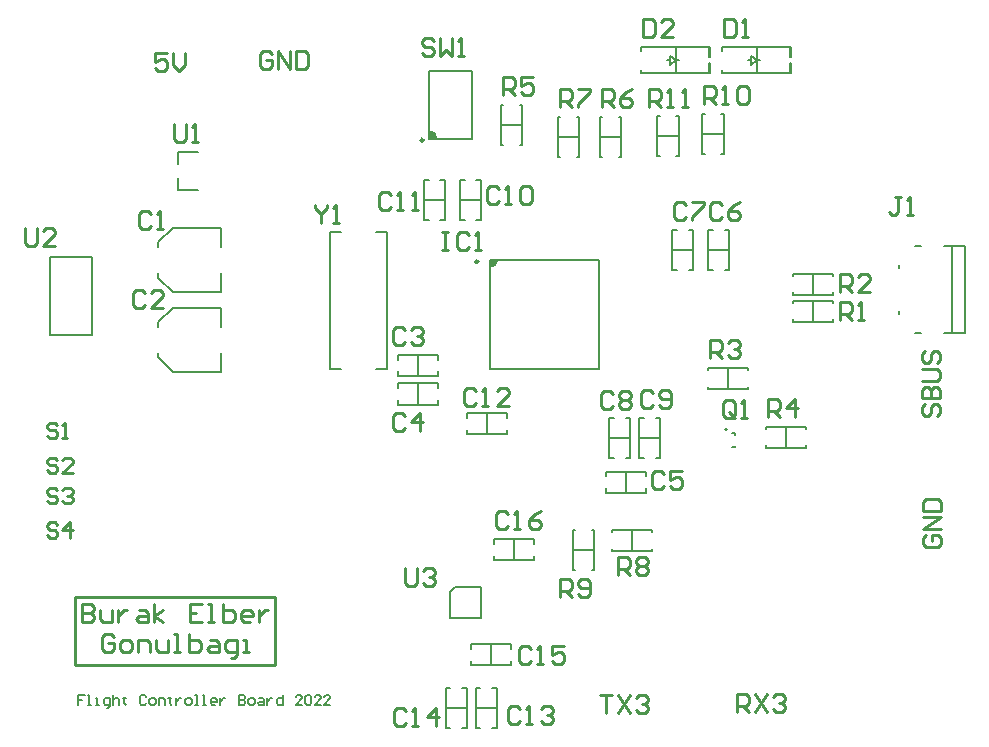
<source format=gto>
G04*
G04 #@! TF.GenerationSoftware,Altium Limited,Altium Designer,22.0.2 (36)*
G04*
G04 Layer_Color=65535*
%FSLAX25Y25*%
%MOIN*%
G70*
G04*
G04 #@! TF.SameCoordinates,5FA20498-FCA4-4C69-A915-C1027814B975*
G04*
G04*
G04 #@! TF.FilePolarity,Positive*
G04*
G01*
G75*
%ADD10C,0.00984*%
%ADD11C,0.00787*%
%ADD12C,0.01000*%
%ADD13C,0.00591*%
%ADD14C,0.01142*%
G36*
X158690Y159210D02*
X161052D01*
Y158029D01*
X159871Y156848D01*
X158690D01*
Y159210D01*
D02*
G37*
G36*
X138117Y199483D02*
X141069D01*
Y200270D01*
X139101Y202239D01*
X138117D01*
Y199483D01*
D02*
G37*
D10*
X154654Y158620D02*
G03*
X154654Y158620I-492J0D01*
G01*
X136443Y199089D02*
G03*
X136443Y199089I-492J0D01*
G01*
D11*
X158690Y156848D02*
G03*
X161052Y159210I0J2362D01*
G01*
X237619Y102742D02*
G03*
X237619Y102742I-394J0D01*
G01*
X140873Y199483D02*
G03*
X138117Y202239I-2756J0D01*
G01*
X124347Y122864D02*
Y168336D01*
X105253Y122864D02*
Y168336D01*
X120705D02*
X124347D01*
X105253D02*
X108895D01*
X105253Y122864D02*
X108895D01*
X120705D02*
X124347D01*
X158690Y122990D02*
X194910D01*
X158690Y159210D02*
X194910D01*
Y122990D02*
Y159210D01*
X158690Y122990D02*
Y159210D01*
X68894Y163431D02*
Y169730D01*
X52753D02*
X68894D01*
X48028Y165006D02*
X52753Y169730D01*
X48028Y163431D02*
Y165006D01*
X68894Y148470D02*
Y154769D01*
X52753Y148470D02*
X68894D01*
X48028Y153194D02*
X52753Y148470D01*
X48028Y153194D02*
Y154769D01*
X68894Y136931D02*
Y143230D01*
X52753D02*
X68894D01*
X48028Y138505D02*
X52753Y143230D01*
X48028Y136931D02*
Y138505D01*
X68894Y121970D02*
Y128269D01*
X52753Y121970D02*
X68894D01*
X48028Y126695D02*
X52753Y121970D01*
X48028Y126695D02*
Y128269D01*
X312502Y163891D02*
X316833D01*
Y134757D02*
Y163891D01*
X312502Y134757D02*
X316833D01*
X312502D02*
Y163891D01*
X309747Y134757D02*
X312502D01*
X300298D02*
X302266D01*
X294786Y141057D02*
Y142238D01*
Y156411D02*
Y157592D01*
X300298Y163891D02*
X302266D01*
X309747D02*
X312502D01*
X240375Y96738D02*
Y97279D01*
X239194Y96738D02*
X240375D01*
X239194Y101462D02*
X240375D01*
Y100921D02*
Y101462D01*
X11813Y134308D02*
Y144150D01*
Y134308D02*
X25987D01*
Y160292D01*
X11813D02*
X25987D01*
X11813Y144150D02*
Y160292D01*
X54532Y182641D02*
X61225D01*
X54532D02*
Y186578D01*
Y191302D02*
Y195131D01*
Y195239D02*
X61225D01*
X138117Y199483D02*
X152683D01*
Y222317D01*
X138117Y199483D02*
Y222317D01*
X152683D01*
X23486Y14085D02*
X21387D01*
Y12511D01*
X22437D01*
X21387D01*
Y10937D01*
X24536D02*
X25585D01*
X25061D01*
Y14085D01*
X24536D01*
X27160Y10937D02*
X28209D01*
X27685D01*
Y13036D01*
X27160D01*
X30833Y9887D02*
X31358D01*
X31883Y10412D01*
Y13036D01*
X30308D01*
X29784Y12511D01*
Y11462D01*
X30308Y10937D01*
X31883D01*
X32932Y14085D02*
Y10937D01*
Y12511D01*
X33457Y13036D01*
X34506D01*
X35031Y12511D01*
Y10937D01*
X36606Y13561D02*
Y13036D01*
X36081D01*
X37130D01*
X36606D01*
Y11462D01*
X37130Y10937D01*
X43952Y13561D02*
X43428Y14085D01*
X42378D01*
X41853Y13561D01*
Y11462D01*
X42378Y10937D01*
X43428D01*
X43952Y11462D01*
X45527Y10937D02*
X46576D01*
X47101Y11462D01*
Y12511D01*
X46576Y13036D01*
X45527D01*
X45002Y12511D01*
Y11462D01*
X45527Y10937D01*
X48150D02*
Y13036D01*
X49725D01*
X50249Y12511D01*
Y10937D01*
X51824Y13561D02*
Y13036D01*
X51299D01*
X52349D01*
X51824D01*
Y11462D01*
X52349Y10937D01*
X53923Y13036D02*
Y10937D01*
Y11987D01*
X54448Y12511D01*
X54972Y13036D01*
X55497D01*
X57596Y10937D02*
X58646D01*
X59171Y11462D01*
Y12511D01*
X58646Y13036D01*
X57596D01*
X57071Y12511D01*
Y11462D01*
X57596Y10937D01*
X60220D02*
X61270D01*
X60745D01*
Y14085D01*
X60220D01*
X62844Y10937D02*
X63893D01*
X63369D01*
Y14085D01*
X62844D01*
X67042Y10937D02*
X65992D01*
X65468Y11462D01*
Y12511D01*
X65992Y13036D01*
X67042D01*
X67567Y12511D01*
Y11987D01*
X65468D01*
X68616Y13036D02*
Y10937D01*
Y11987D01*
X69141Y12511D01*
X69666Y13036D01*
X70191D01*
X74914Y14085D02*
Y10937D01*
X76488D01*
X77012Y11462D01*
Y11987D01*
X76488Y12511D01*
X74914D01*
X76488D01*
X77012Y13036D01*
Y13561D01*
X76488Y14085D01*
X74914D01*
X78587Y10937D02*
X79636D01*
X80161Y11462D01*
Y12511D01*
X79636Y13036D01*
X78587D01*
X78062Y12511D01*
Y11462D01*
X78587Y10937D01*
X81735Y13036D02*
X82785D01*
X83310Y12511D01*
Y10937D01*
X81735D01*
X81211Y11462D01*
X81735Y11987D01*
X83310D01*
X84359Y13036D02*
Y10937D01*
Y11987D01*
X84884Y12511D01*
X85409Y13036D01*
X85934D01*
X89607Y14085D02*
Y10937D01*
X88033D01*
X87508Y11462D01*
Y12511D01*
X88033Y13036D01*
X89607D01*
X95904Y10937D02*
X93805D01*
X95904Y13036D01*
Y13561D01*
X95379Y14085D01*
X94330D01*
X93805Y13561D01*
X96954D02*
X97478Y14085D01*
X98528D01*
X99053Y13561D01*
Y11462D01*
X98528Y10937D01*
X97478D01*
X96954Y11462D01*
Y13561D01*
X102201Y10937D02*
X100102D01*
X102201Y13036D01*
Y13561D01*
X101676Y14085D01*
X100627D01*
X100102Y13561D01*
X105350Y10937D02*
X103251D01*
X105350Y13036D01*
Y13561D01*
X104825Y14085D01*
X103776D01*
X103251Y13561D01*
D12*
X20400Y46800D02*
X87000D01*
Y24300D02*
Y46800D01*
X20400Y24300D02*
X87000D01*
X20400D02*
Y46800D01*
X100101Y177499D02*
Y176499D01*
X102101Y174500D01*
X104100Y176499D01*
Y177499D01*
X102101Y174500D02*
Y171501D01*
X106099D02*
X108099D01*
X107099D01*
Y177499D01*
X106099Y176499D01*
X125601Y180699D02*
X124601Y181699D01*
X122602D01*
X121602Y180699D01*
Y176701D01*
X122602Y175701D01*
X124601D01*
X125601Y176701D01*
X127600Y175701D02*
X129599D01*
X128600D01*
Y181699D01*
X127600Y180699D01*
X132599Y175701D02*
X134598D01*
X133598D01*
Y181699D01*
X132599Y180699D01*
X142702Y168499D02*
X144702D01*
X143702D01*
Y162501D01*
X142702D01*
X144702D01*
X151699Y167499D02*
X150699Y168499D01*
X148700D01*
X147701Y167499D01*
Y163501D01*
X148700Y162501D01*
X150699D01*
X151699Y163501D01*
X153699Y162501D02*
X155698D01*
X154698D01*
Y168499D01*
X153699Y167499D01*
X161701Y182799D02*
X160702Y183799D01*
X158702D01*
X157702Y182799D01*
Y178801D01*
X158702Y177801D01*
X160702D01*
X161701Y178801D01*
X163700Y177801D02*
X165700D01*
X164700D01*
Y183799D01*
X163700Y182799D01*
X168699D02*
X169699Y183799D01*
X171698D01*
X172698Y182799D01*
Y178801D01*
X171698Y177801D01*
X169699D01*
X168699Y178801D01*
Y182799D01*
X211502Y210301D02*
Y216299D01*
X214501D01*
X215501Y215299D01*
Y213300D01*
X214501Y212300D01*
X211502D01*
X213502D02*
X215501Y210301D01*
X217500D02*
X219499D01*
X218500D01*
Y216299D01*
X217500Y215299D01*
X222498Y210301D02*
X224498D01*
X223498D01*
Y216299D01*
X222498Y215299D01*
X275202Y148601D02*
Y154599D01*
X278201D01*
X279200Y153599D01*
Y151600D01*
X278201Y150600D01*
X275202D01*
X277201D02*
X279200Y148601D01*
X285198D02*
X281200D01*
X285198Y152600D01*
Y153599D01*
X284199Y154599D01*
X282199D01*
X281200Y153599D01*
X275202Y139101D02*
Y145099D01*
X278201D01*
X279200Y144099D01*
Y142100D01*
X278201Y141100D01*
X275202D01*
X277201D02*
X279200Y139101D01*
X281200D02*
X283199D01*
X282199D01*
Y145099D01*
X281200Y144099D01*
X199600Y114599D02*
X198601Y115599D01*
X196601D01*
X195602Y114599D01*
Y110601D01*
X196601Y109601D01*
X198601D01*
X199600Y110601D01*
X201600Y114599D02*
X202599Y115599D01*
X204599D01*
X205598Y114599D01*
Y113600D01*
X204599Y112600D01*
X205598Y111600D01*
Y110601D01*
X204599Y109601D01*
X202599D01*
X201600Y110601D01*
Y111600D01*
X202599Y112600D01*
X201600Y113600D01*
Y114599D01*
X202599Y112600D02*
X204599D01*
X216500Y87699D02*
X215501Y88699D01*
X213501D01*
X212502Y87699D01*
Y83701D01*
X213501Y82701D01*
X215501D01*
X216500Y83701D01*
X222498Y88699D02*
X218500D01*
Y85700D01*
X220499Y86700D01*
X221499D01*
X222498Y85700D01*
Y83701D01*
X221499Y82701D01*
X219499D01*
X218500Y83701D01*
X201302Y54201D02*
Y60199D01*
X204301D01*
X205300Y59199D01*
Y57200D01*
X204301Y56200D01*
X201302D01*
X203301D02*
X205300Y54201D01*
X207300Y59199D02*
X208299Y60199D01*
X210299D01*
X211298Y59199D01*
Y58200D01*
X210299Y57200D01*
X211298Y56200D01*
Y55201D01*
X210299Y54201D01*
X208299D01*
X207300Y55201D01*
Y56200D01*
X208299Y57200D01*
X207300Y58200D01*
Y59199D01*
X208299Y57200D02*
X210299D01*
X181902Y46901D02*
Y52899D01*
X184901D01*
X185900Y51899D01*
Y49900D01*
X184901Y48900D01*
X181902D01*
X183901D02*
X185900Y46901D01*
X187900Y47901D02*
X188899Y46901D01*
X190899D01*
X191898Y47901D01*
Y51899D01*
X190899Y52899D01*
X188899D01*
X187900Y51899D01*
Y50900D01*
X188899Y49900D01*
X191898D01*
X130202Y56599D02*
Y51601D01*
X131201Y50601D01*
X133201D01*
X134200Y51601D01*
Y56599D01*
X136200Y55599D02*
X137199Y56599D01*
X139199D01*
X140198Y55599D01*
Y54600D01*
X139199Y53600D01*
X138199D01*
X139199D01*
X140198Y52600D01*
Y51601D01*
X139199Y50601D01*
X137199D01*
X136200Y51601D01*
X172301Y29399D02*
X171301Y30399D01*
X169302D01*
X168302Y29399D01*
Y25401D01*
X169302Y24401D01*
X171301D01*
X172301Y25401D01*
X174301Y24401D02*
X176300D01*
X175300D01*
Y30399D01*
X174301Y29399D01*
X183298Y30399D02*
X179299D01*
Y27400D01*
X181298Y28400D01*
X182298D01*
X183298Y27400D01*
Y25401D01*
X182298Y24401D01*
X180299D01*
X179299Y25401D01*
X168501Y9499D02*
X167501Y10499D01*
X165502D01*
X164502Y9499D01*
Y5501D01*
X165502Y4501D01*
X167501D01*
X168501Y5501D01*
X170501Y4501D02*
X172500D01*
X171500D01*
Y10499D01*
X170501Y9499D01*
X175499D02*
X176499Y10499D01*
X178498D01*
X179498Y9499D01*
Y8500D01*
X178498Y7500D01*
X177498D01*
X178498D01*
X179498Y6500D01*
Y5501D01*
X178498Y4501D01*
X176499D01*
X175499Y5501D01*
X130701Y8699D02*
X129701Y9699D01*
X127702D01*
X126702Y8699D01*
Y4701D01*
X127702Y3701D01*
X129701D01*
X130701Y4701D01*
X132701Y3701D02*
X134700D01*
X133700D01*
Y9699D01*
X132701Y8699D01*
X140698Y3701D02*
Y9699D01*
X137699Y6700D01*
X141698D01*
X153901Y115399D02*
X152901Y116399D01*
X150902D01*
X149902Y115399D01*
Y111401D01*
X150902Y110401D01*
X152901D01*
X153901Y111401D01*
X155901Y110401D02*
X157900D01*
X156900D01*
Y116399D01*
X155901Y115399D01*
X164898Y110401D02*
X160899D01*
X164898Y114400D01*
Y115399D01*
X163898Y116399D01*
X161899D01*
X160899Y115399D01*
X130300Y107099D02*
X129301Y108099D01*
X127301D01*
X126302Y107099D01*
Y103101D01*
X127301Y102101D01*
X129301D01*
X130300Y103101D01*
X135299Y102101D02*
Y108099D01*
X132300Y105100D01*
X136298D01*
X45700Y174499D02*
X44700Y175499D01*
X42701D01*
X41701Y174499D01*
Y170501D01*
X42701Y169501D01*
X44700D01*
X45700Y170501D01*
X47699Y169501D02*
X49699D01*
X48699D01*
Y175499D01*
X47699Y174499D01*
X43700Y148199D02*
X42701Y149199D01*
X40701D01*
X39702Y148199D01*
Y144201D01*
X40701Y143201D01*
X42701D01*
X43700Y144201D01*
X49698Y143201D02*
X45700D01*
X49698Y147200D01*
Y148199D01*
X48699Y149199D01*
X46699D01*
X45700Y148199D01*
X14311Y70864D02*
X13458Y71716D01*
X11753D01*
X10900Y70864D01*
Y70011D01*
X11753Y69158D01*
X13458D01*
X14311Y68305D01*
Y67453D01*
X13458Y66600D01*
X11753D01*
X10900Y67453D01*
X18575Y66600D02*
Y71716D01*
X16016Y69158D01*
X19427D01*
X14311Y82364D02*
X13458Y83217D01*
X11753D01*
X10900Y82364D01*
Y81511D01*
X11753Y80658D01*
X13458D01*
X14311Y79805D01*
Y78953D01*
X13458Y78100D01*
X11753D01*
X10900Y78953D01*
X16016Y82364D02*
X16869Y83217D01*
X18575D01*
X19427Y82364D01*
Y81511D01*
X18575Y80658D01*
X17722D01*
X18575D01*
X19427Y79805D01*
Y78953D01*
X18575Y78100D01*
X16869D01*
X16016Y78953D01*
X14311Y92464D02*
X13458Y93317D01*
X11753D01*
X10900Y92464D01*
Y91611D01*
X11753Y90758D01*
X13458D01*
X14311Y89906D01*
Y89053D01*
X13458Y88200D01*
X11753D01*
X10900Y89053D01*
X19427Y88200D02*
X16016D01*
X19427Y91611D01*
Y92464D01*
X18575Y93317D01*
X16869D01*
X16016Y92464D01*
X14311Y104064D02*
X13458Y104917D01*
X11753D01*
X10900Y104064D01*
Y103211D01*
X11753Y102358D01*
X13458D01*
X14311Y101505D01*
Y100653D01*
X13458Y99800D01*
X11753D01*
X10900Y100653D01*
X16016Y99800D02*
X17722D01*
X16869D01*
Y104917D01*
X16016Y104064D01*
X303902Y67599D02*
X302902Y66599D01*
Y64600D01*
X303902Y63600D01*
X307900D01*
X308900Y64600D01*
Y66599D01*
X307900Y67599D01*
X305901D01*
Y65599D01*
X308900Y69598D02*
X302902D01*
X308900Y73597D01*
X302902D01*
Y75596D02*
X308900D01*
Y78595D01*
X307900Y79595D01*
X303902D01*
X302902Y78595D01*
Y75596D01*
X303702Y110999D02*
X302702Y109999D01*
Y108000D01*
X303702Y107000D01*
X304701D01*
X305701Y108000D01*
Y109999D01*
X306701Y110999D01*
X307700D01*
X308700Y109999D01*
Y108000D01*
X307700Y107000D01*
X302702Y112998D02*
X308700D01*
Y115997D01*
X307700Y116997D01*
X306701D01*
X305701Y115997D01*
Y112998D01*
Y115997D01*
X304701Y116997D01*
X303702D01*
X302702Y115997D01*
Y112998D01*
Y118996D02*
X307700D01*
X308700Y119996D01*
Y121995D01*
X307700Y122995D01*
X302702D01*
X303702Y128993D02*
X302702Y127993D01*
Y125994D01*
X303702Y124994D01*
X304701D01*
X305701Y125994D01*
Y127993D01*
X306701Y128993D01*
X307700D01*
X308700Y127993D01*
Y125994D01*
X307700Y124994D01*
X240900Y8400D02*
Y14398D01*
X243899D01*
X244899Y13398D01*
Y11399D01*
X243899Y10399D01*
X240900D01*
X242899D02*
X244899Y8400D01*
X246898Y14398D02*
X250897Y8400D01*
Y14398D02*
X246898Y8400D01*
X252896Y13398D02*
X253896Y14398D01*
X255895D01*
X256895Y13398D01*
Y12399D01*
X255895Y11399D01*
X254895D01*
X255895D01*
X256895Y10399D01*
Y9400D01*
X255895Y8400D01*
X253896D01*
X252896Y9400D01*
X195400Y14098D02*
X199399D01*
X197399D01*
Y8100D01*
X201398Y14098D02*
X205397Y8100D01*
Y14098D02*
X201398Y8100D01*
X207396Y13098D02*
X208396Y14098D01*
X210395D01*
X211395Y13098D01*
Y12099D01*
X210395Y11099D01*
X209396D01*
X210395D01*
X211395Y10099D01*
Y9100D01*
X210395Y8100D01*
X208396D01*
X207396Y9100D01*
X85899Y227798D02*
X84899Y228798D01*
X82900D01*
X81900Y227798D01*
Y223800D01*
X82900Y222800D01*
X84899D01*
X85899Y223800D01*
Y225799D01*
X83899D01*
X87898Y222800D02*
Y228798D01*
X91897Y222800D01*
Y228798D01*
X93896D02*
Y222800D01*
X96895D01*
X97895Y223800D01*
Y227798D01*
X96895Y228798D01*
X93896D01*
X50999Y228298D02*
X47000D01*
Y225299D01*
X48999Y226299D01*
X49999D01*
X50999Y225299D01*
Y223300D01*
X49999Y222300D01*
X48000D01*
X47000Y223300D01*
X52998Y228298D02*
Y224299D01*
X54997Y222300D01*
X56997Y224299D01*
Y228298D01*
X240199Y107500D02*
Y111498D01*
X239199Y112498D01*
X237200D01*
X236200Y111498D01*
Y107500D01*
X237200Y106500D01*
X239199D01*
X238199Y108499D02*
X240199Y106500D01*
X239199D02*
X240199Y107500D01*
X242198Y106500D02*
X244197D01*
X243198D01*
Y112498D01*
X242198Y111498D01*
X3600Y169698D02*
Y164700D01*
X4600Y163700D01*
X6599D01*
X7599Y164700D01*
Y169698D01*
X13597Y163700D02*
X9598D01*
X13597Y167699D01*
Y168698D01*
X12597Y169698D01*
X10598D01*
X9598Y168698D01*
X53400Y204598D02*
Y199600D01*
X54400Y198600D01*
X56399D01*
X57399Y199600D01*
Y204598D01*
X59398Y198600D02*
X61397D01*
X60398D01*
Y204598D01*
X59398Y203598D01*
X139999Y232198D02*
X138999Y233198D01*
X137000D01*
X136000Y232198D01*
Y231199D01*
X137000Y230199D01*
X138999D01*
X139999Y229199D01*
Y228200D01*
X138999Y227200D01*
X137000D01*
X136000Y228200D01*
X141998Y233198D02*
Y227200D01*
X143997Y229199D01*
X145997Y227200D01*
Y233198D01*
X147996Y227200D02*
X149996D01*
X148996D01*
Y233198D01*
X147996Y232198D01*
X230075Y211000D02*
Y216998D01*
X233074D01*
X234073Y215998D01*
Y213999D01*
X233074Y212999D01*
X230075D01*
X232074D02*
X234073Y211000D01*
X236073D02*
X238072D01*
X237072D01*
Y216998D01*
X236073Y215998D01*
X241071D02*
X242071Y216998D01*
X244070D01*
X245070Y215998D01*
Y212000D01*
X244070Y211000D01*
X242071D01*
X241071Y212000D01*
Y215998D01*
X182000Y210100D02*
Y216098D01*
X184999D01*
X185999Y215098D01*
Y213099D01*
X184999Y212099D01*
X182000D01*
X183999D02*
X185999Y210100D01*
X187998Y216098D02*
X191997D01*
Y215098D01*
X187998Y211100D01*
Y210100D01*
X196000D02*
Y216098D01*
X198999D01*
X199999Y215098D01*
Y213099D01*
X198999Y212099D01*
X196000D01*
X197999D02*
X199999Y210100D01*
X205997Y216098D02*
X203997Y215098D01*
X201998Y213099D01*
Y211100D01*
X202998Y210100D01*
X204997D01*
X205997Y211100D01*
Y212099D01*
X204997Y213099D01*
X201998D01*
X162900Y214200D02*
Y220198D01*
X165899D01*
X166899Y219198D01*
Y217199D01*
X165899Y216199D01*
X162900D01*
X164899D02*
X166899Y214200D01*
X172897Y220198D02*
X168898D01*
Y217199D01*
X170897Y218199D01*
X171897D01*
X172897Y217199D01*
Y215200D01*
X171897Y214200D01*
X169898D01*
X168898Y215200D01*
X251300Y106900D02*
Y112898D01*
X254299D01*
X255299Y111898D01*
Y109899D01*
X254299Y108899D01*
X251300D01*
X253299D02*
X255299Y106900D01*
X260297D02*
Y112898D01*
X257298Y109899D01*
X261297D01*
X231900Y126400D02*
Y132398D01*
X234899D01*
X235899Y131398D01*
Y129399D01*
X234899Y128399D01*
X231900D01*
X233899D02*
X235899Y126400D01*
X237898Y131398D02*
X238898Y132398D01*
X240897D01*
X241897Y131398D01*
Y130399D01*
X240897Y129399D01*
X239897D01*
X240897D01*
X241897Y128399D01*
Y127400D01*
X240897Y126400D01*
X238898D01*
X237898Y127400D01*
X295415Y179998D02*
X293416D01*
X294416D01*
Y175000D01*
X293416Y174000D01*
X292416D01*
X291417Y175000D01*
X297415Y174000D02*
X299414D01*
X298414D01*
Y179998D01*
X297415Y178998D01*
X209700Y239398D02*
Y233400D01*
X212699D01*
X213699Y234400D01*
Y238398D01*
X212699Y239398D01*
X209700D01*
X219697Y233400D02*
X215698D01*
X219697Y237399D01*
Y238398D01*
X218697Y239398D01*
X216698D01*
X215698Y238398D01*
X236700Y239398D02*
Y233400D01*
X239699D01*
X240699Y234400D01*
Y238398D01*
X239699Y239398D01*
X236700D01*
X242698Y233400D02*
X244697D01*
X243698D01*
Y239398D01*
X242698Y238398D01*
X164499Y74398D02*
X163499Y75398D01*
X161500D01*
X160500Y74398D01*
Y70400D01*
X161500Y69400D01*
X163499D01*
X164499Y70400D01*
X166498Y69400D02*
X168497D01*
X167498D01*
Y75398D01*
X166498Y74398D01*
X175495Y75398D02*
X173496Y74398D01*
X171496Y72399D01*
Y70400D01*
X172496Y69400D01*
X174495D01*
X175495Y70400D01*
Y71399D01*
X174495Y72399D01*
X171496D01*
X212999Y114898D02*
X211999Y115898D01*
X210000D01*
X209000Y114898D01*
Y110900D01*
X210000Y109900D01*
X211999D01*
X212999Y110900D01*
X214998D02*
X215998Y109900D01*
X217997D01*
X218997Y110900D01*
Y114898D01*
X217997Y115898D01*
X215998D01*
X214998Y114898D01*
Y113899D01*
X215998Y112899D01*
X218997D01*
X223999Y177598D02*
X222999Y178598D01*
X221000D01*
X220000Y177598D01*
Y173600D01*
X221000Y172600D01*
X222999D01*
X223999Y173600D01*
X225998Y178598D02*
X229997D01*
Y177598D01*
X225998Y173600D01*
Y172600D01*
X235999Y177598D02*
X234999Y178598D01*
X233000D01*
X232000Y177598D01*
Y173600D01*
X233000Y172600D01*
X234999D01*
X235999Y173600D01*
X241997Y178598D02*
X239997Y177598D01*
X237998Y175599D01*
Y173600D01*
X238998Y172600D01*
X240997D01*
X241997Y173600D01*
Y174599D01*
X240997Y175599D01*
X237998D01*
X130300Y135798D02*
X129301Y136798D01*
X127301D01*
X126302Y135798D01*
Y131800D01*
X127301Y130800D01*
X129301D01*
X130300Y131800D01*
X132300Y135798D02*
X133299Y136798D01*
X135299D01*
X136298Y135798D01*
Y134799D01*
X135299Y133799D01*
X134299D01*
X135299D01*
X136298Y132799D01*
Y131800D01*
X135299Y130800D01*
X133299D01*
X132300Y131800D01*
D13*
X136557Y172457D02*
X138131D01*
X136557D02*
Y185843D01*
X138131D01*
X142069D02*
X143643D01*
Y172457D02*
Y185843D01*
X142069Y172457D02*
X143643D01*
X136557Y179150D02*
X143643D01*
X148557Y172457D02*
X150131D01*
X148557D02*
Y185843D01*
X150131D01*
X154069D02*
X155643D01*
Y172457D02*
Y185843D01*
X154069Y172457D02*
X155643D01*
X148557Y179150D02*
X155643D01*
X214332Y200600D02*
X221418D01*
X214332Y193907D02*
X215119D01*
X214332D02*
Y207293D01*
X215119D01*
X220631Y193907D02*
X221418D01*
Y207293D01*
X220631D02*
X221418D01*
X259552Y153856D02*
Y154643D01*
X272938D01*
Y153856D02*
Y154643D01*
X259552Y147557D02*
Y148344D01*
Y147557D02*
X272938D01*
Y148344D01*
X266245Y147557D02*
Y154643D01*
Y138557D02*
Y145643D01*
X272938Y138557D02*
Y139344D01*
X259552Y138557D02*
X272938D01*
X259552D02*
Y139344D01*
X272938Y144856D02*
Y145643D01*
X259552D02*
X272938D01*
X259552Y144856D02*
Y145643D01*
X203768Y106643D02*
X205343D01*
Y93257D02*
Y106643D01*
X203768Y93257D02*
X205343D01*
X198257D02*
X199831D01*
X198257D02*
Y106643D01*
X199831D01*
X198257Y99950D02*
X205343D01*
X197107Y87068D02*
Y88643D01*
X210493D01*
Y87068D02*
Y88643D01*
Y81557D02*
Y83131D01*
X197107Y81557D02*
X210493D01*
X197107D02*
Y83131D01*
X203800Y81557D02*
Y88643D01*
X205800Y62057D02*
Y69143D01*
X212493Y62057D02*
Y62844D01*
X199107Y62057D02*
X212493D01*
X199107D02*
Y62844D01*
X212493Y68356D02*
Y69143D01*
X199107D02*
X212493D01*
X199107Y68356D02*
Y69143D01*
X186257Y62450D02*
X193343D01*
X192556Y69143D02*
X193343D01*
Y55757D02*
Y69143D01*
X192556Y55757D02*
X193343D01*
X186257Y69143D02*
X187044D01*
X186257Y55757D02*
Y69143D01*
Y55757D02*
X187044D01*
X145182Y48447D02*
X146953Y50218D01*
X145182Y39982D02*
Y48447D01*
Y39982D02*
X155615D01*
Y50218D01*
X146953D02*
X155615D01*
X152107Y29568D02*
Y31143D01*
X165493D01*
Y29568D02*
Y31143D01*
Y24057D02*
Y25631D01*
X152107Y24057D02*
X165493D01*
X152107D02*
Y25631D01*
X158800Y24057D02*
Y31143D01*
X159268Y16443D02*
X160843D01*
Y3057D02*
Y16443D01*
X159268Y3057D02*
X160843D01*
X153757D02*
X155332D01*
X153757D02*
Y16443D01*
X155332D01*
X153757Y9750D02*
X160843D01*
X149268Y16443D02*
X150843D01*
Y3057D02*
Y16443D01*
X149268Y3057D02*
X150843D01*
X143757D02*
X145332D01*
X143757D02*
Y16443D01*
X145332D01*
X143757Y9750D02*
X150843D01*
X164343Y101057D02*
Y102631D01*
X150958Y101057D02*
X164343D01*
X150958D02*
Y102631D01*
Y106569D02*
Y108143D01*
X164343D01*
Y106569D02*
Y108143D01*
X157650Y101057D02*
Y108143D01*
X141193Y110957D02*
Y112531D01*
X127807Y110957D02*
X141193D01*
X127807D02*
Y112531D01*
Y116469D02*
Y118043D01*
X141193D01*
Y116469D02*
Y118043D01*
X134500Y110957D02*
Y118043D01*
X209000Y228950D02*
Y230131D01*
X231500D01*
Y226800D02*
Y230131D01*
Y221469D02*
Y224800D01*
X209000Y221469D02*
X231500D01*
X209000D02*
Y222650D01*
X220500Y221469D02*
Y230131D01*
X218500Y227300D02*
X220500Y225800D01*
X218500Y224300D02*
X220500Y225800D01*
X221500D01*
X217500D02*
X218500D01*
Y224300D02*
Y227300D01*
X231500Y221469D02*
X232000D01*
Y224800D01*
X231500D02*
X232000D01*
X231500Y230131D02*
X232000D01*
Y226800D02*
Y230131D01*
X231500Y226800D02*
X232000D01*
X219257Y162600D02*
X226343D01*
X224768Y155907D02*
X226343D01*
Y169293D01*
X224768D02*
X226343D01*
X219257D02*
X220831D01*
X219257Y155907D02*
Y169293D01*
Y155907D02*
X220831D01*
X134650Y120457D02*
Y127543D01*
X141342Y125969D02*
Y127543D01*
X127957D02*
X141342D01*
X127957Y125969D02*
Y127543D01*
Y120457D02*
Y122031D01*
Y120457D02*
X141342D01*
Y122031D01*
X231162Y122356D02*
Y123143D01*
X244548D01*
Y122356D02*
Y123143D01*
X231162Y116057D02*
Y116844D01*
Y116057D02*
X244548D01*
Y116844D01*
X237855Y116057D02*
Y123143D01*
X263938Y96557D02*
Y97344D01*
X250552Y96557D02*
X263938D01*
X250552D02*
Y97344D01*
X263938Y102856D02*
Y103643D01*
X250552D02*
X263938D01*
X250552Y102856D02*
Y103643D01*
X257245Y96557D02*
Y103643D01*
X162157Y197552D02*
X162944D01*
X162157D02*
Y210938D01*
X162944D01*
X168456Y197552D02*
X169243D01*
Y210938D01*
X168456D02*
X169243D01*
X162157Y204245D02*
X169243D01*
X201556Y206793D02*
X202343D01*
Y193407D02*
Y206793D01*
X201556Y193407D02*
X202343D01*
X195257Y206793D02*
X196044D01*
X195257Y193407D02*
Y206793D01*
Y193407D02*
X196044D01*
X195257Y200100D02*
X202343D01*
X187556Y206793D02*
X188343D01*
Y193407D02*
Y206793D01*
X187556Y193407D02*
X188343D01*
X181257Y206793D02*
X182044D01*
X181257Y193407D02*
Y206793D01*
Y193407D02*
X182044D01*
X181257Y200100D02*
X188343D01*
X208257Y99950D02*
X215343D01*
X208257Y106643D02*
X209832D01*
X208257Y93257D02*
Y106643D01*
Y93257D02*
X209832D01*
X213769D02*
X215343D01*
Y106643D01*
X213769D02*
X215343D01*
X231257Y162600D02*
X238343D01*
X236769Y155907D02*
X238343D01*
Y169293D01*
X236769D02*
X238343D01*
X231257D02*
X232832D01*
X231257Y155907D02*
Y169293D01*
Y155907D02*
X232832D01*
X258500Y226800D02*
X259000D01*
Y230131D01*
X258500D02*
X259000D01*
X258500Y224800D02*
X259000D01*
Y221469D02*
Y224800D01*
X258500Y221469D02*
X259000D01*
X245500Y224300D02*
Y227300D01*
X244500Y225800D02*
X245500D01*
X247500D02*
X248500D01*
X245500Y224300D02*
X247500Y225800D01*
X245500Y227300D02*
X247500Y225800D01*
Y221469D02*
Y230131D01*
X236000Y221469D02*
Y222650D01*
Y221469D02*
X258500D01*
Y224800D01*
Y226800D02*
Y230131D01*
X236000D02*
X258500D01*
X236000Y228950D02*
Y230131D01*
X235631Y207738D02*
X236418D01*
Y194352D02*
Y207738D01*
X235631Y194352D02*
X236418D01*
X229331Y207738D02*
X230119D01*
X229331Y194352D02*
Y207738D01*
Y194352D02*
X230119D01*
X229331Y201045D02*
X236418D01*
X166450Y59057D02*
Y66143D01*
X173143Y64569D02*
Y66143D01*
X159757D02*
X173143D01*
X159757Y64569D02*
Y66143D01*
Y59057D02*
Y60632D01*
Y59057D02*
X173143D01*
Y60632D01*
D14*
X22710Y44577D02*
Y38579D01*
X25709D01*
X26709Y39579D01*
Y40578D01*
X25709Y41578D01*
X22710D01*
X25709D01*
X26709Y42578D01*
Y43577D01*
X25709Y44577D01*
X22710D01*
X28708Y42578D02*
Y39579D01*
X29708Y38579D01*
X32707D01*
Y42578D01*
X34706D02*
Y38579D01*
Y40578D01*
X35706Y41578D01*
X36705Y42578D01*
X37705D01*
X41704D02*
X43703D01*
X44703Y41578D01*
Y38579D01*
X41704D01*
X40704Y39579D01*
X41704Y40578D01*
X44703D01*
X46702Y38579D02*
Y44577D01*
Y40578D02*
X49701Y42578D01*
X46702Y40578D02*
X49701Y38579D01*
X62697Y44577D02*
X58698D01*
Y38579D01*
X62697D01*
X58698Y41578D02*
X60698D01*
X64697Y38579D02*
X66696D01*
X65696D01*
Y44577D01*
X64697D01*
X69695D02*
Y38579D01*
X72694D01*
X73694Y39579D01*
Y40578D01*
Y41578D01*
X72694Y42578D01*
X69695D01*
X78692Y38579D02*
X76693D01*
X75693Y39579D01*
Y41578D01*
X76693Y42578D01*
X78692D01*
X79692Y41578D01*
Y40578D01*
X75693D01*
X81691Y42578D02*
Y38579D01*
Y40578D01*
X82691Y41578D01*
X83690Y42578D01*
X84690D01*
X33207Y33639D02*
X32207Y34639D01*
X30208D01*
X29208Y33639D01*
Y29641D01*
X30208Y28641D01*
X32207D01*
X33207Y29641D01*
Y31640D01*
X31207D01*
X36206Y28641D02*
X38205D01*
X39205Y29641D01*
Y31640D01*
X38205Y32640D01*
X36206D01*
X35206Y31640D01*
Y29641D01*
X36206Y28641D01*
X41204D02*
Y32640D01*
X44203D01*
X45203Y31640D01*
Y28641D01*
X47202Y32640D02*
Y29641D01*
X48202Y28641D01*
X51201D01*
Y32640D01*
X53200Y28641D02*
X55199D01*
X54200D01*
Y34639D01*
X53200D01*
X58199D02*
Y28641D01*
X61198D01*
X62197Y29641D01*
Y30640D01*
Y31640D01*
X61198Y32640D01*
X58199D01*
X65196D02*
X67196D01*
X68195Y31640D01*
Y28641D01*
X65196D01*
X64197Y29641D01*
X65196Y30640D01*
X68195D01*
X72194Y26642D02*
X73194D01*
X74193Y27641D01*
Y32640D01*
X71194D01*
X70195Y31640D01*
Y29641D01*
X71194Y28641D01*
X74193D01*
X76193D02*
X78192D01*
X77192D01*
Y32640D01*
X76193D01*
M02*

</source>
